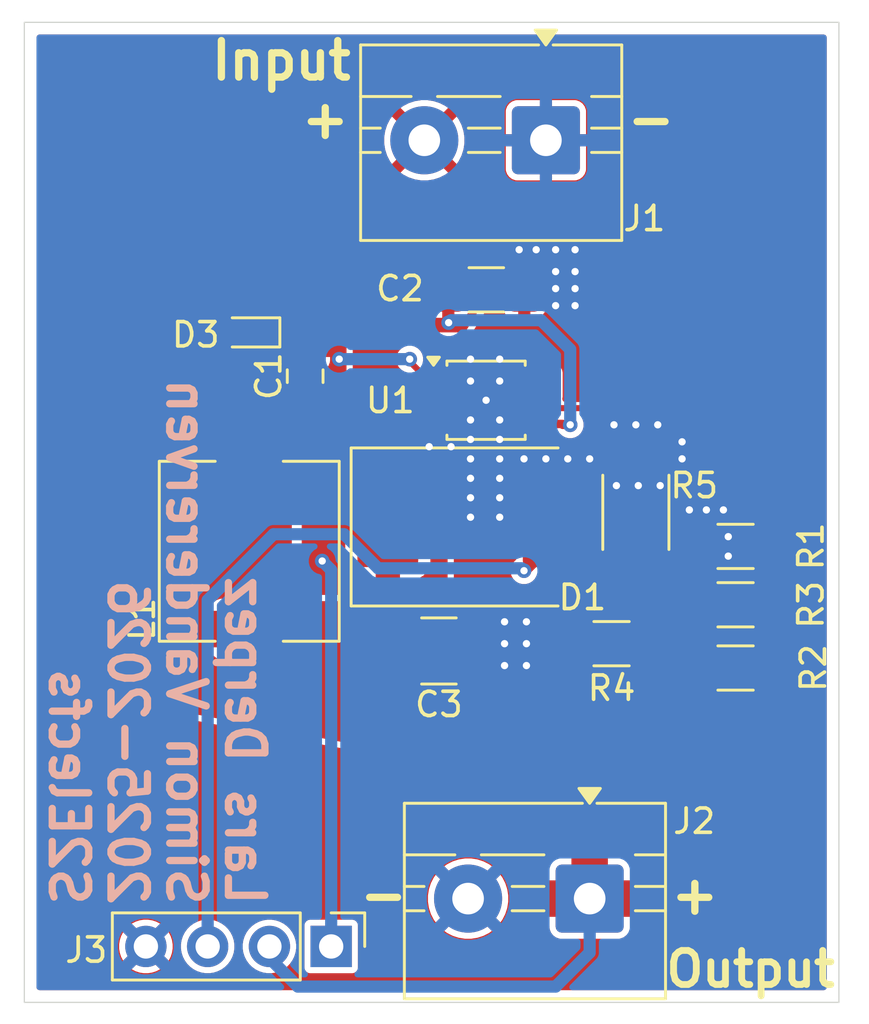
<source format=kicad_pcb>
(kicad_pcb (version 20241229) (generator "pcbnew") (generator_version "9.0")
  (layers (0 "F.Cu" signal) (2 "B.Cu" signal) (13 "F.Paste" user) (15 "B.Paste" user) (5 "F.SilkS" user "F.Silkscreen") (7 "B.SilkS" user "B.Silkscreen") (1 "F.Mask" user) (3 "B.Mask" user) (25 "Edge.Cuts" user))
  (net 0 "")
  (net 1 "Net-(D3-K)")
  (net 2 "Usw")
  (net 3 "GND")
  (net 4 "VCC")
  (net 5 "Uout")
  (net 6 "Net-(U1-FB)")
  (net 7 "Net-(R2-Pad2)")
  (net 8 "Net-(U1-COMP)")
  (net 9 "Id")
  (footprint "Resistor_SMD:R_1206_3216Metric_Pad1.30x1.75mm_HandSolder" (layer "F.Cu") (at 110.5 86.8 180)
    (property "Reference" "R1" (at -3.1 0 90) (layer "F.SilkS"))
    (property "Value" "10K")
    (fp_line (start -0.727064 0.91) (end 0.727064 0.91) (stroke (width 0.12)) (layer "F.SilkS"))
    (fp_line (start -0.727064 -0.91) (end 0.727064 -0.91) (stroke (width 0.12)) (layer "F.SilkS"))
    (pad "1" smd roundrect (at -1.55 0 180) (size 1.3 1.75) (layers "F.Cu" "F.Mask" "F.Paste") (roundrect_rratio 0.192308) (net 6 "Net-(U1-FB)"))
    (pad "2" smd roundrect (at 1.55 0 180) (size 1.3 1.75) (layers "F.Cu" "F.Mask" "F.Paste") (roundrect_rratio 0.192308) (net 3 "GND"))
  )
  (footprint "Package_SO:MSOP-8-1EP_3x3mm_P0.65mm_EP1.95x2.15mm" (layer "F.Cu") (at 100.24 80.79)
    (property "Reference" "U1" (at -3.94 0.01 0) (layer "F.SilkS"))
    (property "Value" "LT1936")
    (fp_line (start -1.61 -1.61) (end 1.61 -1.61) (stroke (width 0.12)) (layer "F.SilkS"))
    (fp_line (start -1.61 -1.435) (end -1.61 -1.61) (stroke (width 0.12)) (layer "F.SilkS"))
    (fp_line (start -1.61 1.61) (end -1.61 1.435) (stroke (width 0.12)) (layer "F.SilkS"))
    (fp_line (start 1.61 -1.61) (end 1.61 -1.435) (stroke (width 0.12)) (layer "F.SilkS"))
    (fp_line (start 1.61 1.435) (end 1.61 1.61) (stroke (width 0.12)) (layer "F.SilkS"))
    (fp_line (start 1.61 1.61) (end -1.61 1.61) (stroke (width 0.12)) (layer "F.SilkS"))
    (fp_poly (pts (xy -2.16 -1.44) (xy -2.4 -1.77) (xy -1.92 -1.77)) (stroke (width 0.12)) (fill yes) (layer "F.SilkS"))
    (pad "1" smd roundrect (at -2.15 -0.975) (size 1.45 0.4) (layers "F.Cu" "F.Mask" "F.Paste") (net 1 "Net-(D3-K)"))
    (pad "2" smd roundrect (at -2.15 -0.325) (size 1.45 0.4) (layers "F.Cu" "F.Mask" "F.Paste") (net 4 "VCC"))
    (pad "3" smd roundrect (at -2.15 0.325) (size 1.45 0.4) (layers "F.Cu" "F.Mask" "F.Paste") (net 2 "Usw"))
    (pad "4" smd roundrect (at -2.15 0.975) (size 1.45 0.4) (layers "F.Cu" "F.Mask" "F.Paste") (net 3 "GND"))
    (pad "5" smd roundrect (at 2.15 0.975) (size 1.45 0.4) (layers "F.Cu" "F.Mask" "F.Paste") (net 4 "VCC"))
    (pad "6" smd roundrect (at 2.15 0.325) (size 1.45 0.4) (layers "F.Cu" "F.Mask" "F.Paste") (net 6 "Net-(U1-FB)"))
    (pad "7" smd roundrect (at 2.15 -0.325) (size 1.45 0.4) (layers "F.Cu" "F.Mask" "F.Paste") (net 8 "Net-(U1-COMP)"))
    (pad "8" smd roundrect (at 2.15 -0.975) (size 1.45 0.4) (layers "F.Cu" "F.Mask" "F.Paste") (net 8 "Net-(U1-COMP)"))
    (pad "9" smd rect (at 0 0) (size 1.95 2.15) (property pad_prop_heatsink) (layers "F.Cu" "F.Mask") (net 3 "GND"))
  )
  (footprint "Connector_PinHeader_2.54mm:PinHeader_1x04_P2.54mm_Vertical" (layer "F.Cu") (at 93.87 103.25 -90)
    (property "Reference" "J3" (at 0.15 10.07 180) (layer "F.SilkS"))
    (property "Value" "Measure")
    (fp_line (start -1.38 9) (end 1.38 9) (stroke (width 0.12)) (layer "F.SilkS"))
    (fp_line (start -1.38 1.27) (end -1.38 9) (stroke (width 0.12)) (layer "F.SilkS"))
    (fp_line (start -1.38 1.27) (end 1.38 1.27) (stroke (width 0.12)) (layer "F.SilkS"))
    (fp_line (start 1.38 1.27) (end 1.38 9) (stroke (width 0.12)) (layer "F.SilkS"))
    (fp_line (start -1.38 0) (end -1.38 -1.38) (stroke (width 0.12)) (layer "F.SilkS"))
    (fp_line (start -1.38 -1.38) (end 0 -1.38) (stroke (width 0.12)) (layer "F.SilkS"))
    (pad "1" thru_hole rect (at 0 0 270) (size 1.7 1.7) (drill 1) (layers "*.Cu" "*.Mask") (net 2 "Usw"))
    (pad "2" thru_hole circle (at 0 2.54 270) (size 1.7 1.7) (drill 1) (layers "*.Cu" "*.Mask") (net 5 "Uout"))
    (pad "3" thru_hole circle (at 0 5.08 270) (size 1.7 1.7) (drill 1) (layers "*.Cu" "*.Mask") (net 9 "Id"))
    (pad "4" thru_hole circle (at 0 7.62 270) (size 1.7 1.7) (drill 1) (layers "*.Cu" "*.Mask") (net 3 "GND"))
  )
  (footprint "Resistor_SMD:R_1206_3216Metric_Pad1.30x1.75mm_HandSolder" (layer "F.Cu") (at 105.4 90.8 180)
    (property "Reference" "R4" (at 0 -1.83 0) (layer "F.SilkS"))
    (property "Value" "22")
    (fp_line (start -0.727064 0.91) (end 0.727064 0.91) (stroke (width 0.12)) (layer "F.SilkS"))
    (fp_line (start -0.727064 -0.91) (end 0.727064 -0.91) (stroke (width 0.12)) (layer "F.SilkS"))
    (pad "1" smd roundrect (at -1.55 0 180) (size 1.3 1.75) (layers "F.Cu" "F.Mask" "F.Paste") (roundrect_rratio 0.192308) (net 7 "Net-(R2-Pad2)"))
    (pad "2" smd roundrect (at 1.55 0 180) (size 1.3 1.75) (layers "F.Cu" "F.Mask" "F.Paste") (roundrect_rratio 0.192308) (net 5 "Uout"))
  )
  (footprint "Capacitor_SMD:C_0805_2012Metric_Pad1.18x1.45mm_HandSolder" (layer "F.Cu") (at 92.8 79.8 -90)
    (property "Reference" "C1" (at 0 1.5 270) (layer "F.SilkS"))
    (property "Value" "0.22uF")
    (fp_line (start -0.261252 0.735) (end 0.261252 0.735) (stroke (width 0.12)) (layer "F.SilkS"))
    (fp_line (start -0.261252 -0.735) (end 0.261252 -0.735) (stroke (width 0.12)) (layer "F.SilkS"))
    (pad "1" smd roundrect (at -1.0375 0 270) (size 1.175 1.45) (layers "F.Cu" "F.Mask" "F.Paste") (roundrect_rratio 0.212766) (net 1 "Net-(D3-K)"))
    (pad "2" smd roundrect (at 1.0375 0 270) (size 1.175 1.45) (layers "F.Cu" "F.Mask" "F.Paste") (roundrect_rratio 0.212766) (net 2 "Usw"))
  )
  (footprint "Diode_SMD:D_SOD-523" (layer "F.Cu") (at 90.5 78 180)
    (property "Reference" "D3" (at 2.2 -0.1 0) (layer "F.SilkS"))
    (property "Value" "1N4148WT")
    (fp_line (start 0.7 0.6) (end -1.26 0.6) (stroke (width 0.12)) (layer "F.SilkS"))
    (fp_line (start 0.7 -0.6) (end -1.26 -0.6) (stroke (width 0.12)) (layer "F.SilkS"))
    (fp_line (start -1.26 -0.6) (end -1.26 0.6) (stroke (width 0.12)) (layer "F.SilkS"))
    (pad "1" smd roundrect (at -0.7 0) (size 0.6 0.7) (layers "F.Cu" "F.Mask" "F.Paste") (net 1 "Net-(D3-K)"))
    (pad "2" smd roundrect (at 0.7 0) (size 0.6 0.7) (layers "F.Cu" "F.Mask" "F.Paste") (net 5 "Uout"))
  )
  (footprint "Resistor_SMD:R_2010_5025Metric_Pad1.40x2.65mm_HandSolder" (layer "F.Cu") (at 106.4 85.4 -90)
    (property "Reference" "R5" (at -1.1 -2.4 0) (layer "F.SilkS"))
    (property "Value" "0.1")
    (fp_line (start -1.527064 1.36) (end 1.527064 1.36) (stroke (width 0.12)) (layer "F.SilkS"))
    (fp_line (start -1.527064 -1.36) (end 1.527064 -1.36) (stroke (width 0.12)) (layer "F.SilkS"))
    (pad "1" smd roundrect (at -2.4 0 270) (size 1.4 2.65) (layers "F.Cu" "F.Mask" "F.Paste") (roundrect_rratio 0.178571) (net 3 "GND"))
    (pad "2" smd roundrect (at 2.4 0 270) (size 1.4 2.65) (layers "F.Cu" "F.Mask" "F.Paste") (roundrect_rratio 0.178571) (net 9 "Id"))
  )
  (footprint "TerminalBlock:TerminalBlock_MaiXu_MX126-5.0-02P_1x02_P5.00mm" (layer "F.Cu") (at 104.5 101.2825 180)
    (property "Reference" "J2" (at -4.3 3.1825 0) (layer "F.SilkS"))
    (property "Value" "OUT")
    (fp_line (start 7.62 3.92) (end 0.3 3.92) (stroke (width 0.12)) (layer "F.SilkS"))
    (fp_line (start 7.62 -4.12) (end 7.62 3.92) (stroke (width 0.12)) (layer "F.SilkS"))
    (fp_line (start 6.812 0.5) (end 7.62 0.5) (stroke (width 0.12)) (layer "F.SilkS"))
    (fp_line (start 6.812 -0.5) (end 7.62 -0.5) (stroke (width 0.12)) (layer "F.SilkS"))
    (fp_line (start 5.543 1.8) (end 7.62 1.8) (stroke (width 0.12)) (layer "F.SilkS"))
    (fp_line (start 1.88 1.8) (end 4.457 1.8) (stroke (width 0.12)) (layer "F.SilkS"))
    (fp_line (start 1.88 0.5) (end 3.188 0.5) (stroke (width 0.12)) (layer "F.SilkS"))
    (fp_line (start 1.88 -0.5) (end 3.188 -0.5) (stroke (width 0.12)) (layer "F.SilkS"))
    (fp_line (start -0.3 3.92) (end -3.12 3.92) (stroke (width 0.12)) (layer "F.SilkS"))
    (fp_line (start -3.12 3.92) (end -3.12 -4.12) (stroke (width 0.12)) (layer "F.SilkS"))
    (fp_line (start -3.12 1.8) (end -1.88 1.8) (stroke (width 0.12)) (layer "F.SilkS"))
    (fp_line (start -3.12 0.5) (end -1.88 0.5) (stroke (width 0.12)) (layer "F.SilkS"))
    (fp_line (start -3.12 -0.5) (end -1.88 -0.5) (stroke (width 0.12)) (layer "F.SilkS"))
    (fp_line (start -3.12 -4.12) (end 7.62 -4.12) (stroke (width 0.12)) (layer "F.SilkS"))
    (fp_poly (pts (xy 0 3.92) (xy 0.44 4.53) (xy -0.44 4.53)) (stroke (width 0.12)) (fill yes) (layer "F.SilkS"))
    (pad "1" thru_hole roundrect (at 0 0 180) (size 2.8 2.8) (drill 1.3) (layers "*.Cu" "*.Mask") (roundrect_rratio 0.089286) (net 5 "Uout"))
    (pad "2" thru_hole circle (at 5 0 180) (size 2.8 2.8) (drill 1.3) (layers "*.Cu" "*.Mask") (net 3 "GND"))
  )
  (footprint "Resistor_SMD:R_1206_3216Metric_Pad1.30x1.75mm_HandSolder" (layer "F.Cu") (at 110.5 89.2 180)
    (property "Reference" "R3" (at -3.1 0 90) (layer "F.SilkS"))
    (property "Value" "560K")
    (fp_line (start -0.727064 0.91) (end 0.727064 0.91) (stroke (width 0.12)) (layer "F.SilkS"))
    (fp_line (start -0.727064 -0.91) (end 0.727064 -0.91) (stroke (width 0.12)) (layer "F.SilkS"))
    (pad "1" smd roundrect (at -1.55 0 180) (size 1.3 1.75) (layers "F.Cu" "F.Mask" "F.Paste") (roundrect_rratio 0.192308) (net 6 "Net-(U1-FB)"))
    (pad "2" smd roundrect (at 1.55 0 180) (size 1.3 1.75) (layers "F.Cu" "F.Mask" "F.Paste") (roundrect_rratio 0.192308) (net 7 "Net-(R2-Pad2)"))
  )
  (footprint "Diode_SMD:D_SMC" (layer "F.Cu") (at 99.6 86)
    (property "Reference" "D1" (at 4.6 2.9 0) (layer "F.SilkS"))
    (property "Value" "SK36A")
    (fp_line (start -4.91 -3.25) (end 3.6 -3.25) (stroke (width 0.12)) (layer "F.SilkS"))
    (fp_line (start -4.91 3.25) (end -4.91 -3.25) (stroke (width 0.12)) (layer "F.SilkS"))
    (fp_line (start -4.91 3.25) (end 3.6 3.25) (stroke (width 0.12)) (layer "F.SilkS"))
    (pad "1" smd roundrect (at -3.4 0 90) (size 3.3 2.5) (layers "F.Cu" "F.Mask" "F.Paste") (roundrect_rratio 0.1) (net 2 "Usw"))
    (pad "2" smd roundrect (at 3.4 0 90) (size 3.3 2.5) (layers "F.Cu" "F.Mask" "F.Paste") (roundrect_rratio 0.1) (net 9 "Id"))
  )
  (footprint "Capacitor_SMD:C_1206_3216Metric_Pad1.33x1.80mm_HandSolder" (layer "F.Cu") (at 100.25 76.25)
    (property "Reference" "C2" (at -3.55 -0.05 0) (layer "F.SilkS"))
    (property "Value" "10U 50V")
    (fp_line (start -0.711252 -0.91) (end 0.711252 -0.91) (stroke (width 0.12)) (layer "F.SilkS"))
    (fp_line (start -0.711252 0.91) (end 0.711252 0.91) (stroke (width 0.12)) (layer "F.SilkS"))
    (pad "1" smd roundrect (at -1.5625 0) (size 1.325 1.8) (layers "F.Cu" "F.Mask" "F.Paste") (roundrect_rratio 0.188679) (net 4 "VCC"))
    (pad "2" smd roundrect (at 1.5625 0) (size 1.325 1.8) (layers "F.Cu" "F.Mask" "F.Paste") (roundrect_rratio 0.188679) (net 3 "GND"))
  )
  (footprint "TerminalBlock:TerminalBlock_MaiXu_MX126-5.0-02P_1x02_P5.00mm" (layer "F.Cu") (at 102.7 70.1 180)
    (property "Reference" "J1" (at -4.05 -3.2175 0) (layer "F.SilkS"))
    (property "Value" "IN")
    (fp_line (start 7.62 3.92) (end 0.3 3.92) (stroke (width 0.12)) (layer "F.SilkS"))
    (fp_line (start 7.62 -4.12) (end 7.62 3.92) (stroke (width 0.12)) (layer "F.SilkS"))
    (fp_line (start 6.812 0.5) (end 7.62 0.5) (stroke (width 0.12)) (layer "F.SilkS"))
    (fp_line (start 6.812 -0.5) (end 7.62 -0.5) (stroke (width 0.12)) (layer "F.SilkS"))
    (fp_line (start 5.543 1.8) (end 7.62 1.8) (stroke (width 0.12)) (layer "F.SilkS"))
    (fp_line (start 1.88 1.8) (end 4.457 1.8) (stroke (width 0.12)) (layer "F.SilkS"))
    (fp_line (start 1.88 0.5) (end 3.188 0.5) (stroke (width 0.12)) (layer "F.SilkS"))
    (fp_line (start 1.88 -0.5) (end 3.188 -0.5) (stroke (width 0.12)) (layer "F.SilkS"))
    (fp_line (start -0.3 3.92) (end -3.12 3.92) (stroke (width 0.12)) (layer "F.SilkS"))
    (fp_line (start -3.12 3.92) (end -3.12 -4.12) (stroke (width 0.12)) (layer "F.SilkS"))
    (fp_line (start -3.12 1.8) (end -1.88 1.8) (stroke (width 0.12)) (layer "F.SilkS"))
    (fp_line (start -3.12 0.5) (end -1.88 0.5) (stroke (width 0.12)) (layer "F.SilkS"))
    (fp_line (start -3.12 -0.5) (end -1.88 -0.5) (stroke (width 0.12)) (layer "F.SilkS"))
    (fp_line (start -3.12 -4.12) (end 7.62 -4.12) (stroke (width 0.12)) (layer "F.SilkS"))
    (fp_poly (pts (xy 0 3.92) (xy 0.44 4.53) (xy -0.44 4.53)) (stroke (width 0.12)) (fill yes) (layer "F.SilkS"))
    (pad "1" thru_hole roundrect (at 0 0 180) (size 2.8 2.8) (drill 1.3) (layers "*.Cu" "*.Mask") (roundrect_rratio 0.089286) (net 3 "GND"))
    (pad "2" thru_hole circle (at 5 0 180) (size 2.8 2.8) (drill 1.3) (layers "*.Cu" "*.Mask") (net 4 "VCC"))
  )
  (footprint "Inductor_SMD:L_7.3x7.3_H4.5" (layer "F.Cu") (at 90.5 87 -90)
    (property "Reference" "L1" (at 2.8 4.4 90) (layer "F.SilkS"))
    (property "Value" "10uH")
    (fp_line (start -3.7 3.7) (end -3.7 1.4) (stroke (width 0.12)) (layer "F.SilkS"))
    (fp_line (start 3.7 3.7) (end -3.7 3.7) (stroke (width 0.12)) (layer "F.SilkS"))
    (fp_line (start 3.7 1.4) (end 3.7 3.7) (stroke (width 0.12)) (layer "F.SilkS"))
    (fp_line (start -3.7 -1.4) (end -3.7 -3.7) (stroke (width 0.12)) (layer "F.SilkS"))
    (fp_line (start -3.7 -3.7) (end 3.7 -3.7) (stroke (width 0.12)) (layer "F.SilkS"))
    (fp_line (start 3.7 -3.7) (end 3.7 -1.4) (stroke (width 0.12)) (layer "F.SilkS"))
    (pad "1" smd rect (at -3.2 0 270) (size 1.5 2.2) (layers "F.Cu" "F.Mask" "F.Paste") (net 2 "Usw"))
    (pad "2" smd rect (at 3.2 0 270) (size 1.5 2.2) (layers "F.Cu" "F.Mask" "F.Paste") (net 5 "Uout"))
  )
  (footprint "Capacitor_SMD:C_1210_3225Metric_Pad1.33x2.70mm_HandSolder" (layer "F.Cu") (at 98.3 91.1)
    (property "Reference" "C3" (at 0 2.2 0) (layer "F.SilkS"))
    (property "Value" "47U 6,3V")
    (fp_line (start -0.711252 -1.36) (end 0.711252 -1.36) (stroke (width 0.12)) (layer "F.SilkS"))
    (fp_line (start -0.711252 1.36) (end 0.711252 1.36) (stroke (width 0.12)) (layer "F.SilkS"))
    (pad "1" smd roundrect (at -1.5625 0) (size 1.325 2.7) (layers "F.Cu" "F.Mask" "F.Paste") (roundrect_rratio 0.188679) (net 5 "Uout"))
    (pad "2" smd roundrect (at 1.5625 0) (size 1.325 2.7) (layers "F.Cu" "F.Mask" "F.Paste") (roundrect_rratio 0.188679) (net 3 "GND"))
  )
  (footprint "Resistor_SMD:R_1206_3216Metric_Pad1.30x1.75mm_HandSolder" (layer "F.Cu") (at 110.5 91.8 180)
    (property "Reference" "R2" (at -3.2 0 90) (layer "F.SilkS"))
    (property "Value" "18K")
    (fp_line (start -0.727064 0.91) (end 0.727064 0.91) (stroke (width 0.12)) (layer "F.SilkS"))
    (fp_line (start -0.727064 -0.91) (end 0.727064 -0.91) (stroke (width 0.12)) (layer "F.SilkS"))
    (pad "1" smd roundrect (at -1.55 0 180) (size 1.3 1.75) (layers "F.Cu" "F.Mask" "F.Paste") (roundrect_rratio 0.192308) (net 6 "Net-(U1-FB)"))
    (pad "2" smd roundrect (at 1.55 0 180) (size 1.3 1.75) (layers "F.Cu" "F.Mask" "F.Paste") (roundrect_rratio 0.192308) (net 7 "Net-(R2-Pad2)"))
  )
  (gr_rect (start 81.25 65.25) (end 114.75 105.55) (stroke (width 0.05)) (fill no) (layer "Edge.Cuts"))
  (gr_text "+" (at 92.5 70.1 0) (layer "F.SilkS") (effects (font (size 1.5 1.5) (thickness 0.3) (bold yes)) (justify left bottom)))
  (gr_text "Output" (at 107.5 105 0) (layer "F.SilkS") (effects (font (size 1.4 1.4) (thickness 0.28) (bold yes)) (justify left bottom)))
  (gr_text "Input" (at 88.8 67.7 0) (layer "F.SilkS") (effects (font (size 1.5 1.5) (thickness 0.3) (bold yes)) (justify left bottom)))
  (gr_text "+" (at 107.7 102 0) (layer "F.SilkS") (effects (font (size 1.5 1.5) (thickness 0.3) (bold yes)) (justify left bottom)))
  (gr_text "-" (at 105.9 70.1 0) (layer "F.SilkS") (effects (font (size 1.5 1.5) (thickness 0.3) (bold yes)) (justify left bottom)))
  (gr_text "-" (at 94.9 102 0) (layer "F.SilkS") (effects (font (size 1.5 1.5) (thickness 0.3) (bold yes)) (justify left bottom)))
  (gr_text "Lars Derpez\nSimon Vandererven\n2025-2026\nS2Elecfs" (at 82.2 101.7 270) (layer "B.SilkS") (effects (font (size 1.5 1.5) (thickness 0.3) (bold yes)) (justify left bottom mirror)))
  (segment (start 97.7 79.8) (end 98.075 79.8) (width 0.25) (layer "F.Cu") (net 1))
  (segment (start 97.1 79.1) (end 97.1 79.2) (width 0.25) (layer "F.Cu") (net 1))
  (segment (start 97.1 79.2) (end 97.7 79.8) (width 0.25) (layer "F.Cu") (net 1))
  (segment (start 98.075 79.8) (end 98.09 79.815) (width 0.25) (layer "F.Cu") (net 1))
  (via (at 97.1 79.1) (size 0.6) (drill 0.3) (layers "F.Cu" "B.Cu") (net 1))
  (via (at 94.2 79.1) (size 0.6) (drill 0.3) (layers "F.Cu" "B.Cu") (net 1))
  (segment (start 97.1 79.1) (end 94.2 79.1) (width 0.5) (layer "B.Cu") (net 1))
  (via (at 93.5 87.4) (size 0.6) (drill 0.3) (layers "F.Cu" "B.Cu") (net 2))
  (segment (start 93.87 87.77) (end 93.5 87.4) (width 0.5) (layer "B.Cu") (net 2))
  (segment (start 93.87 103.25) (end 93.87 87.77) (width 0.5) (layer "B.Cu") (net 2))
  (via (at 101 90.8) (size 0.6) (drill 0.3) (layers "F.Cu" "B.Cu") (net 3))
  (via (at 108.3 83.2) (size 0.6) (drill 0.3) (layers "F.Cu" "B.Cu") (net 3))
  (via (at 103.9 76.2) (size 0.6) (drill 0.3) (layers "F.Cu" "B.Cu") (net 3))
  (via (at 99.6 83.2) (size 0.6) (drill 0.3) (layers "F.Cu" "B.Cu") (net 3))
  (via (at 106.5 84.3) (size 0.6) (drill 0.3) (layers "F.Cu" "B.Cu") (net 3))
  (via (at 100.8 80) (size 0.6) (drill 0.3) (layers "F.Cu" "B.Cu") (net 3))
  (via (at 103.1 76.2) (size 0.6) (drill 0.3) (layers "F.Cu" "B.Cu") (net 3))
  (via (at 103.1 75.5) (size 0.6) (drill 0.3) (layers "F.Cu" "B.Cu") (net 3))
  (via (at 103.9 76.9) (size 0.6) (drill 0.3) (layers "F.Cu" "B.Cu") (net 3))
  (via (at 99.6 84.8) (size 0.6) (drill 0.3) (layers "F.Cu" "B.Cu") (net 3))
  (via (at 106.4 81.8) (size 0.6) (drill 0.3) (layers "F.Cu" "B.Cu") (net 3))
  (via (at 101.9 89.9) (size 0.6) (drill 0.3) (layers "F.Cu" "B.Cu") (net 3))
  (via (at 100.8 82.4) (size 0.6) (drill 0.3) (layers "F.Cu" "B.Cu") (net 3))
  (via (at 107.3 81.8) (size 0.6) (drill 0.3) (layers "F.Cu" "B.Cu") (net 3))
  (via (at 99.6 82.4) (size 0.6) (drill 0.3) (layers "F.Cu" "B.Cu") (net 3))
  (via (at 102.3 74.6) (size 0.6) (drill 0.3) (layers "F.Cu" "B.Cu") (net 3))
  (via (at 105.6 84.3) (size 0.6) (drill 0.3) (layers "F.Cu" "B.Cu") (net 3))
  (via (at 101.9 90.8) (size 0.6) (drill 0.3) (layers "F.Cu" "B.Cu") (net 3))
  (via (at 101 89.9) (size 0.6) (drill 0.3) (layers "F.Cu" "B.Cu") (net 3))
  (via (at 100.8 81.6) (size 0.6) (drill 0.3) (layers "F.Cu" "B.Cu") (net 3))
  (via (at 110.2 86.4) (size 0.6) (drill 0.3) (layers "F.Cu" "B.Cu") (net 3))
  (via (at 99.6 80) (size 0.6) (drill 0.3) (layers "F.Cu" "B.Cu") (net 3))
  (via (at 100.8 83.2) (size 0.6) (drill 0.3) (layers "F.Cu" "B.Cu") (net 3))
  (via (at 103.6 83.2) (size 0.6) (drill 0.3) (layers "F.Cu" "B.Cu") (net 3))
  (via (at 100.24 80.79) (size 0.6) (drill 0.3) (layers "F.Cu" "B.Cu") (net 3))
  (via (at 107.4 84.3) (size 0.6) (drill 0.3) (layers "F.Cu" "B.Cu") (net 3))
  (via (at 99.6 81.6) (size 0.6) (drill 0.3) (layers "F.Cu" "B.Cu") (net 3))
  (via (at 110.2 87.2) (size 0.6) (drill 0.3) (layers "F.Cu" "B.Cu") (net 3))
  (via (at 103.9 74.6) (size 0.6) (drill 0.3) (layers "F.Cu" "B.Cu") (net 3))
  (via (at 99.6 79.1) (size 0.6) (drill 0.3) (layers "F.Cu" "B.Cu") (net 3))
  (via (at 103.9 75.5) (size 0.6) (drill 0.3) (layers "F.Cu" "B.Cu") (net 3))
  (via (at 108.3 82.5) (size 0.6) (drill 0.3) (layers "F.Cu" "B.Cu") (net 3))
  (via (at 101.6 74.6) (size 0.6) (drill 0.3) (layers "F.Cu" "B.Cu") (net 3))
  (via (at 105.5 81.8) (size 0.6) (drill 0.3) (layers "F.Cu" "B.Cu") (net 3))
  (via (at 103.1 76.9) (size 0.6) (drill 0.3) (layers "F.Cu" "B.Cu") (net 3))
  (via (at 100.8 84) (size 0.6) (drill 0.3) (layers "F.Cu" "B.Cu") (net 3))
  (via (at 100.8 79.1) (size 0.6) (drill 0.3) (layers "F.Cu" "B.Cu") (net 3))
  (via (at 108.6 85.3) (size 0.6) (drill 0.3) (layers "F.Cu" "B.Cu") (net 3))
  (via (at 100.8 85.6) (size 0.6) (drill 0.3) (layers "F.Cu" "B.Cu") (net 3))
  (via (at 104.5 83.2) (size 0.6) (drill 0.3) (layers "F.Cu" "B.Cu") (net 3))
  (via (at 97.9 82.7) (size 0.6) (drill 0.3) (layers "F.Cu" "B.Cu") (net 3))
  (via (at 109.3 85.3) (size 0.6) (drill 0.3) (layers "F.Cu" "B.Cu") (net 3))
  (via (at 99.6 84) (size 0.6) (drill 0.3) (layers "F.Cu" "B.Cu") (net 3))
  (via (at 98.8 82.7) (size 0.6) (drill 0.3) (layers "F.Cu" "B.Cu") (net 3))
  (via (at 100.8 84.8) (size 0.6) (drill 0.3) (layers "F.Cu" "B.Cu") (net 3))
  (via (at 101 91.7) (size 0.6) (drill 0.3) (layers "F.Cu" "B.Cu") (net 3))
  (via (at 103.1 74.6) (size 0.6) (drill 0.3) (layers "F.Cu" "B.Cu") (net 3))
  (via (at 110 85.3) (size 0.6) (drill 0.3) (layers "F.Cu" "B.Cu") (net 3))
  (via (at 101.9 91.7) (size 0.6) (drill 0.3) (layers "F.Cu" "B.Cu") (net 3))
  (via (at 102.7 83.2) (size 0.6) (drill 0.3) (layers "F.Cu" "B.Cu") (net 3))
  (via (at 99.6 85.6) (size 0.6) (drill 0.3) (layers "F.Cu" "B.Cu") (net 3))
  (via (at 101.8 83.2) (size 0.6) (drill 0.3) (layers "F.Cu" "B.Cu") (net 3))
  (segment (start 103.365 81.765) (end 102.39 81.765) (width 0.35) (layer "F.Cu") (net 4))
  (segment (start 103.7 81.8) (end 103.4 81.8) (width 0.35) (layer "F.Cu") (net 4))
  (segment (start 103.4 81.8) (end 103.365 81.765) (width 0.35) (layer "F.Cu") (net 4))
  (via (at 98.7 77.6) (size 0.6) (drill 0.3) (layers "F.Cu" "B.Cu") (net 4))
  (via (at 103.7 81.8) (size 0.6) (drill 0.3) (layers "F.Cu" "B.Cu") (net 4))
  (segment (start 102.5 77.5) (end 103.7 78.7) (width 0.5) (layer "B.Cu") (net 4))
  (segment (start 103.7 78.7) (end 103.7 81.8) (width 0.5) (layer "B.Cu") (net 4))
  (segment (start 98.8 77.5) (end 102.5 77.5) (width 0.5) (layer "B.Cu") (net 4))
  (segment (start 98.7 77.6) (end 98.8 77.5) (width 0.5) (layer "B.Cu") (net 4))
  (segment (start 91.33 103.73) (end 92.5 104.9) (width 0.5) (layer "B.Cu") (net 5))
  (segment (start 92.5 104.9) (end 103.1 104.9) (width 0.5) (layer "B.Cu") (net 5))
  (segment (start 104.5 103.5) (end 104.5 101.2825) (width 0.5) (layer "B.Cu") (net 5))
  (segment (start 91.33 103.25) (end 91.33 103.73) (width 0.5) (layer "B.Cu") (net 5))
  (segment (start 103.1 104.9) (end 104.5 103.5) (width 0.5) (layer "B.Cu") (net 5))
  (segment (start 112.15 91.8) (end 112.35 91.8) (width 0.5) (layer "F.Cu") (net 6))
  (segment (start 112.25 89.2) (end 112.3 89.25) (width 0.25) (layer "F.Cu") (net 6))
  (segment (start 112.1 89.25) (end 112.05 89.2) (width 0.25) (layer "F.Cu") (net 6))
  (segment (start 102.39 81.115) (end 104.1 81.115) (width 0.25) (layer "F.Cu") (net 6))
  (segment (start 112.35 89.2) (end 112.35 87.65) (width 0.25) (layer "F.Cu") (net 6))
  (segment (start 112.05 89.2) (end 112.25 89.2) (width 0.25) (layer "F.Cu") (net 6))
  (segment (start 112.346324 84.646324) (end 108.815 81.115) (width 0.25) (layer "F.Cu") (net 6))
  (segment (start 112.3 89.25) (end 112.35 89.2) (width 0.5) (layer "F.Cu") (net 6))
  (segment (start 112.346324 86.75) (end 112.346324 84.646324) (width 0.25) (layer "F.Cu") (net 6))
  (segment (start 112.35 91.8) (end 112.1 91.8) (width 0.25) (layer "F.Cu") (net 6))
  (segment (start 112.1 91.8) (end 112.1 89.25) (width 0.25) (layer "F.Cu") (net 6))
  (segment (start 108.815 81.115) (end 104.1 81.115) (width 0.25) (layer "F.Cu") (net 6))
  (segment (start 106.95 90.8) (end 109.1 90.8) (width 0.25) (layer "F.Cu") (net 7))
  (segment (start 109 91.75) (end 109.05 91.8) (width 0.5) (layer "F.Cu") (net 7))
  (segment (start 109.1 91.75) (end 109.1 89.35) (width 0.25) (layer "F.Cu") (net 7))
  (segment (start 109.05 91.8) (end 109.1 91.75) (width 0.5) (layer "F.Cu") (net 7))
  (segment (start 109.1 90.8) (end 109.1 91.75) (width 0.25) (layer "F.Cu") (net 7))
  (segment (start 109.1 89.35) (end 109.25 89.2) (width 0.5) (layer "F.Cu") (net 7))
  (segment (start 101.8 87.8) (end 103.5 86.1) (width 0.5) (layer "F.Cu") (net 9))
  (segment (start 105.4 86.8) (end 106.4 87.8) (width 0.5) (layer "F.Cu") (net 9))
  (segment (start 102.9 87.3) (end 102.9 86) (width 0.5) (layer "F.Cu") (net 9))
  (segment (start 103.5 86.1) (end 104.2 86.8) (width 0.5) (layer "F.Cu") (net 9))
  (segment (start 104.2 86.8) (end 105.4 86.8) (width 0.5) (layer "F.Cu") (net 9))
  (via (at 101.8 87.8) (size 0.6) (drill 0.3) (layers "F.Cu" "B.Cu") (net 9))
  (segment (start 101.7 87.7) (end 95.8 87.7) (width 0.5) (layer "B.Cu") (net 9))
  (segment (start 95.8 87.7) (end 94.4 86.3) (width 0.5) (layer "B.Cu") (net 9))
  (segment (start 94.4 86.3) (end 91.5 86.3) (width 0.5) (layer "B.Cu") (net 9))
  (segment (start 88.79 89.01) (end 88.79 103.25) (width 0.5) (layer "B.Cu") (net 9))
  (segment (start 101.8 87.8) (end 101.7 87.7) (width 0.5) (layer "B.Cu") (net 9))
  (segment (start 91.5 86.3) (end 88.79 89.01) (width 0.5) (layer "B.Cu") (net 9))
  (zone (net 5) (net_name "Uout") (layer "F.Cu") (priority 2) (connect_pads (clearance 0.25)) (min_thickness 0.25) (fill yes (thermal_gap 0.5) (thermal_bridge_width 1.5))
    (polygon (pts (xy 90.5 79.75) (xy 87.75 79.75) (xy 87.75 85.75) (xy 92.25 85.75) (xy 92.25 89.05) (xy 98.25 89.05) (xy 98.25 92.8) (xy 103 92.8) (xy 103 90.1) (xy 105.3 90.1) (xy 105.3 94.761313) (xy 107.439797 94.758142) (xy 107.400003 102.7) (xy 102.8 102.7) (xy 100.018703 95.920591) (xy 85.25 93.129314) (xy 85.25 76.25) (xy 90.5 76.25)))
  )
  (zone (net 1) (net_name "Net-(D3-K)") (layer "F.Cu") (priority 5) (connect_pads (clearance 0.25)) (min_thickness 0.25) (fill yes (thermal_gap 0.3) (thermal_bridge_width 0.5))
    (polygon (pts (xy 90.7 76.3) (xy 90.7 79.8) (xy 94.5 79.8) (xy 94.5 76.3)))
  )
  (zone (net 2) (net_name "Usw") (layer "F.Cu") (priority 1) (connect_pads (clearance 0.25)) (min_thickness 0.25) (fill yes (thermal_gap 0.5) (thermal_bridge_width 1))
    (polygon (pts (xy 97.512442 80.821169) (xy 98.995008 80.807473) (xy 98.983421 81.220704) (xy 97.157599 81.394882) (xy 97.157599 83.394882) (xy 98.657599 83.394882) (xy 98.657599 88.794882) (xy 92.657599 88.794882) (xy 92.657599 85.394882) (xy 88.157599 85.394882) (xy 88.157599 80) (xy 94.5 80) (xy 94.5 80.8)))
  )
  (zone (net 3) (net_name "GND") (layer "F.Cu") (connect_pads (clearance 0.25)) (min_thickness 0.25) (fill yes (thermal_gap 0.25) (thermal_bridge_width 0.5))
    (polygon (pts (xy 115.25 106.35) (xy 80.25 106.35) (xy 80.25 64.75) (xy 115.25 64.75)))
  )
  (zone (net 4) (net_name "VCC") (layer "F.Cu") (priority 3) (connect_pads (clearance 0.25)) (min_thickness 0.25) (fill yes (thermal_gap 0.25) (thermal_bridge_width 0.5))
    (polygon (pts (xy 100.3 69.25) (xy 100.24795 76.589031) (xy 99.376469 78) (xy 97 78) (xy 97 79.4) (xy 97 79.4) (xy 97 79.773828) (xy 97.5 80.3) (xy 97.494384 80.694384) (xy 97 80.7) (xy 94.6 80.7) (xy 94.6 80) (xy 94.6 67.25) (xy 100.3 67.25)))
  )
  (zone (net 8) (net_name "Net-(U1-COMP)") (layer "F.Cu") (priority 100) (connect_pads yes (clearance 0.1)) (min_thickness 0.1) (fill yes (thermal_gap 0.5) (thermal_bridge_width 0.5))
    (polygon (pts (xy 101.632178 79.6) (xy 101.632178 80.7) (xy 103.132178 80.7) (xy 103.132178 79.6)))
  )
  (zone (net 3) (net_name "GND") (layer "B.Cu") (priority 6) (connect_pads (clearance 0.25)) (min_thickness 0.25) (fill yes (thermal_gap 0.3) (thermal_bridge_width 0.5))
    (polygon (pts (xy 80.25 106.45) (xy 80.25 64.75) (xy 115.25 64.75) (xy 115.25 106.45)))
  )
)
</source>
